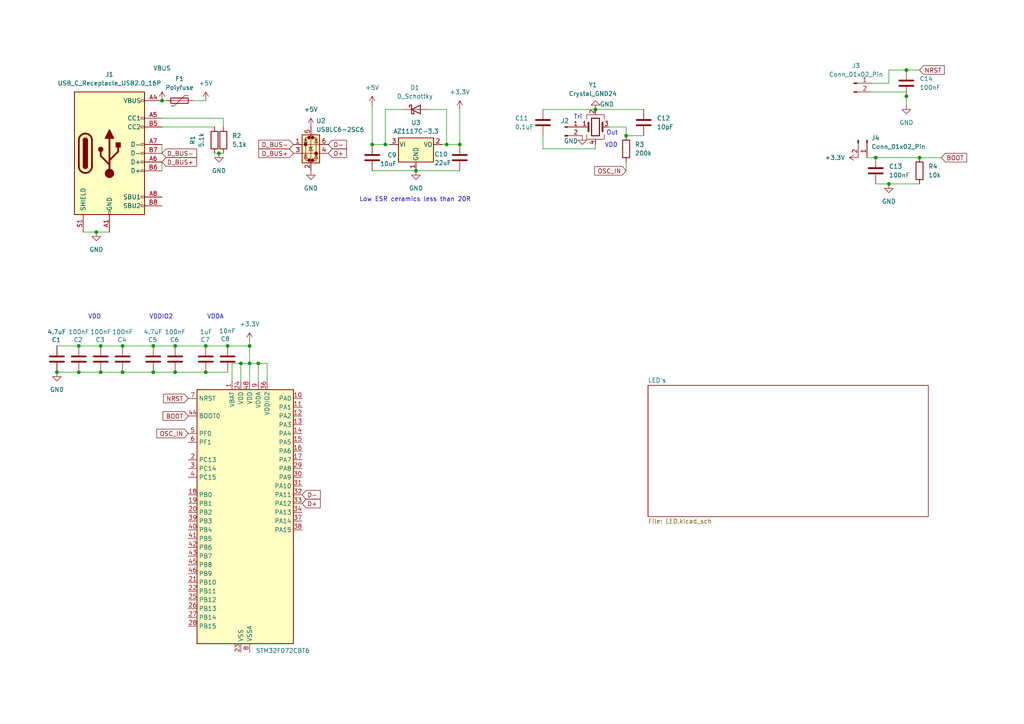
<source format=kicad_sch>
(kicad_sch (version 20231120) (generator "eeschema") (generator_version "8.0")
  (paper "A4")
  (lib_symbols
    (symbol "Connector:Conn_01x02_Pin" (pin_names (offset 1.016) hide)
      (property "Reference" "J" (at 0 2.54 0))
      (property "Value" "Conn_01x02_Pin" (at 0 -5.08 0))
      (symbol "Conn_01x02_Pin_1_1"
        (polyline (pts (xy 1.27 -2.54) (xy 0.8636 -2.54)) (stroke (width 0.1524)))
        (polyline (pts (xy 1.27 0) (xy 0.8636 0)) (stroke (width 0.1524)))
        (rectangle (start 0.8636 -2.413) (end 0 -2.667) (stroke (width 0.1524)) (fill (type outline)))
        (rectangle (start 0.8636 0.127) (end 0 -0.127) (stroke (width 0.1524)) (fill (type outline)))
        (pin passive line (at 5.08 0 180) (length 3.81) (name "Pin_1") (number "1"))
        (pin passive line (at 5.08 -2.54 180) (length 3.81) (name "Pin_2") (number "2"))
      )
    )
    (symbol "Connector:USB_C_Receptacle_USB2.0_16P" (pin_names (offset 1.016))
      (property "Reference" "J" (at 0 22.225 0))
      (property "Value" "USB_C_Receptacle_USB2.0_16P" (at 0 19.685 0))
      (symbol "USB_C_Receptacle_USB2.0_16P_0_0"
        (rectangle (start -0.254 -17.78) (end 0.254 -16.764))
        (rectangle (start 10.16 -14.986) (end 9.144 -15.494))
        (rectangle (start 10.16 -12.446) (end 9.144 -12.954))
        (rectangle (start 10.16 -4.826) (end 9.144 -5.334))
        (rectangle (start 10.16 -2.286) (end 9.144 -2.794))
        (rectangle (start 10.16 0.254) (end 9.144 -0.254))
        (rectangle (start 10.16 2.794) (end 9.144 2.286))
        (rectangle (start 10.16 7.874) (end 9.144 7.366))
        (rectangle (start 10.16 10.414) (end 9.144 9.906))
        (rectangle (start 10.16 15.494) (end 9.144 14.986))
      )
      (symbol "USB_C_Receptacle_USB2.0_16P_0_1"
        (rectangle (start -10.16 17.78) (end 10.16 -17.78) (stroke (width 0.254)) (fill (type background)))
        (arc (start -8.89 -3.81) (mid -6.985 -5.7067) (end -5.08 -3.81) (stroke (width 0.508)))
        (arc (start -7.62 -3.81) (mid -6.985 -4.4423) (end -6.35 -3.81) (stroke (width 0.254)))
        (arc (start -7.62 -3.81) (mid -6.985 -4.4423) (end -6.35 -3.81) (stroke (width 0.254)) (fill (type outline)))
        (rectangle (start -7.62 -3.81) (end -6.35 3.81) (stroke (width 0.254)) (fill (type outline)))
        (arc (start -6.35 3.81) (mid -6.985 4.4423) (end -7.62 3.81) (stroke (width 0.254)))
        (arc (start -6.35 3.81) (mid -6.985 4.4423) (end -7.62 3.81) (stroke (width 0.254)) (fill (type outline)))
        (arc (start -5.08 3.81) (mid -6.985 5.7067) (end -8.89 3.81) (stroke (width 0.508)))
        (circle (center -2.54 1.143) (radius 0.635) (stroke (width 0.254)) (fill (type outline)))
        (circle (center 0 -5.842) (radius 1.27) (fill (type outline)))
        (polyline (pts (xy -8.89 -3.81) (xy -8.89 3.81)) (stroke (width 0.508)))
        (polyline (pts (xy -5.08 3.81) (xy -5.08 -3.81)) (stroke (width 0.508)))
        (polyline (pts (xy 0 -5.842) (xy 0 4.318)) (stroke (width 0.508)))
        (polyline (pts (xy 0 -3.302) (xy -2.54 -0.762) (xy -2.54 0.508)) (stroke (width 0.508)))
        (polyline (pts (xy 0 -2.032) (xy 2.54 0.508) (xy 2.54 1.778)) (stroke (width 0.508)))
        (polyline (pts (xy -1.27 4.318) (xy 0 6.858) (xy 1.27 4.318) (xy -1.27 4.318)) (stroke (width 0.254)) (fill (type outline)))
        (rectangle (start 1.905 1.778) (end 3.175 3.048) (stroke (width 0.254)) (fill (type outline)))
      )
      (symbol "USB_C_Receptacle_USB2.0_16P_1_1"
        (pin passive line (at 0 -22.86 90) (length 5.08) (name "GND") (number "A1"))
        (pin passive line (at 0 -22.86 90) (length 5.08) hide (name "GND") (number "A12"))
        (pin passive line (at 15.24 15.24 180) (length 5.08) (name "VBUS") (number "A4"))
        (pin bidirectional line (at 15.24 10.16 180) (length 5.08) (name "CC1") (number "A5"))
        (pin bidirectional line (at 15.24 -2.54 180) (length 5.08) (name "D+") (number "A6"))
        (pin bidirectional line (at 15.24 2.54 180) (length 5.08) (name "D-") (number "A7"))
        (pin bidirectional line (at 15.24 -12.7 180) (length 5.08) (name "SBU1") (number "A8"))
        (pin passive line (at 15.24 15.24 180) (length 5.08) hide (name "VBUS") (number "A9"))
        (pin passive line (at 0 -22.86 90) (length 5.08) hide (name "GND") (number "B1"))
        (pin passive line (at 0 -22.86 90) (length 5.08) hide (name "GND") (number "B12"))
        (pin passive line (at 15.24 15.24 180) (length 5.08) hide (name "VBUS") (number "B4"))
        (pin bidirectional line (at 15.24 7.62 180) (length 5.08) (name "CC2") (number "B5"))
        (pin bidirectional line (at 15.24 -5.08 180) (length 5.08) (name "D+") (number "B6"))
        (pin bidirectional line (at 15.24 0 180) (length 5.08) (name "D-") (number "B7"))
        (pin bidirectional line (at 15.24 -15.24 180) (length 5.08) (name "SBU2") (number "B8"))
        (pin passive line (at 15.24 15.24 180) (length 5.08) hide (name "VBUS") (number "B9"))
        (pin passive line (at -7.62 -22.86 90) (length 5.08) (name "SHIELD") (number "S1"))
      )
    )
    (symbol "Device:C" (pin_numbers hide) (pin_names (offset 0.254))
      (property "Reference" "C" (at 0.635 2.54 0))
      (property "Value" "C" (at 0.635 -2.54 0))
      (symbol "C_0_1"
        (polyline (pts (xy -2.032 -0.762) (xy 2.032 -0.762)) (stroke (width 0.508)))
        (polyline (pts (xy -2.032 0.762) (xy 2.032 0.762)) (stroke (width 0.508)))
      )
      (symbol "C_1_1"
        (pin passive line (at 0 3.81 270) (length 2.794) (name "~") (number "1"))
        (pin passive line (at 0 -3.81 90) (length 2.794) (name "~") (number "2"))
      )
    )
    (symbol "Device:Crystal_GND24" (pin_names (offset 1.016) hide)
      (property "Reference" "Y" (at 3.175 5.08 0))
      (property "Value" "Crystal_GND24" (at 3.175 3.175 0))
      (symbol "Crystal_GND24_0_1"
        (rectangle (start -1.143 2.54) (end 1.143 -2.54) (stroke (width 0.3048)))
        (polyline (pts (xy -2.54 0) (xy -2.032 0)))
        (polyline (pts (xy -2.032 -1.27) (xy -2.032 1.27)) (stroke (width 0.508)))
        (polyline (pts (xy 0 -3.81) (xy 0 -3.556)))
        (polyline (pts (xy 0 3.556) (xy 0 3.81)))
        (polyline (pts (xy 2.032 -1.27) (xy 2.032 1.27)) (stroke (width 0.508)))
        (polyline (pts (xy 2.032 0) (xy 2.54 0)))
        (polyline (pts (xy -2.54 -2.286) (xy -2.54 -3.556) (xy 2.54 -3.556) (xy 2.54 -2.286)))
        (polyline (pts (xy -2.54 2.286) (xy -2.54 3.556) (xy 2.54 3.556) (xy 2.54 2.286)))
      )
      (symbol "Crystal_GND24_1_1"
        (pin passive line (at -3.81 0 0) (length 1.27) (name "1") (number "1"))
        (pin passive line (at 0 5.08 270) (length 1.27) (name "2") (number "2"))
        (pin passive line (at 3.81 0 180) (length 1.27) (name "3") (number "3"))
        (pin passive line (at 0 -5.08 90) (length 1.27) (name "4") (number "4"))
      )
    )
    (symbol "Device:D_Schottky" (pin_numbers hide) (pin_names (offset 1.016) hide)
      (property "Reference" "D" (at 0 2.54 0))
      (property "Value" "D_Schottky" (at 0 -2.54 0))
      (symbol "D_Schottky_0_1"
        (polyline (pts (xy 1.27 0) (xy -1.27 0)))
        (polyline (pts (xy 1.27 1.27) (xy 1.27 -1.27) (xy -1.27 0) (xy 1.27 1.27)) (stroke (width 0.254)))
        (polyline (pts (xy -1.905 0.635) (xy -1.905 1.27) (xy -1.27 1.27) (xy -1.27 -1.27) (xy -0.635 -1.27) (xy -0.635 -0.635)) (stroke (width 0.254)))
      )
      (symbol "D_Schottky_1_1"
        (pin passive line (at -3.81 0 0) (length 2.54) (name "K") (number "1"))
        (pin passive line (at 3.81 0 180) (length 2.54) (name "A") (number "2"))
      )
    )
    (symbol "Device:Polyfuse" (pin_numbers hide) (pin_names (offset 0))
      (property "Reference" "F" (at -2.54 0 90))
      (property "Value" "Polyfuse" (at 2.54 0 90))
      (symbol "Polyfuse_0_1"
        (rectangle (start -0.762 2.54) (end 0.762 -2.54) (stroke (width 0.254)))
        (polyline (pts (xy 0 2.54) (xy 0 -2.54)))
        (polyline (pts (xy -1.524 2.54) (xy -1.524 1.524) (xy 1.524 -1.524) (xy 1.524 -2.54)))
      )
      (symbol "Polyfuse_1_1"
        (pin passive line (at 0 3.81 270) (length 1.27) (name "~") (number "1"))
        (pin passive line (at 0 -3.81 90) (length 1.27) (name "~") (number "2"))
      )
    )
    (symbol "Device:R" (pin_numbers hide) (pin_names (offset 0))
      (property "Reference" "R" (at 2.032 0 90))
      (property "Value" "R" (at 0 0 90))
      (symbol "R_0_1"
        (rectangle (start -1.016 -2.54) (end 1.016 2.54) (stroke (width 0.254)))
      )
      (symbol "R_1_1"
        (pin passive line (at 0 3.81 270) (length 1.27) (name "~") (number "1"))
        (pin passive line (at 0 -3.81 90) (length 1.27) (name "~") (number "2"))
      )
    )
    (symbol "MCU_ST_STM32F0:STM32F072CBTx"
      (property "Reference" "U" (at -12.7 39.37 0))
      (property "Value" "STM32F072CBTx" (at 10.16 39.37 0))
      (symbol "STM32F072CBTx_0_1"
        (rectangle (start -12.7 -35.56) (end 15.24 38.1) (stroke (width 0.254)) (fill (type background)))
      )
      (symbol "STM32F072CBTx_1_1"
        (pin power_in line (at -2.54 40.64 270) (length 2.54) (name "VBAT") (number "1"))
        (pin bidirectional line (at 17.78 35.56 180) (length 2.54) (name "PA0") (number "10"))
        (pin bidirectional line (at 17.78 33.02 180) (length 2.54) (name "PA1") (number "11"))
        (pin bidirectional line (at 17.78 30.48 180) (length 2.54) (name "PA2") (number "12"))
        (pin bidirectional line (at 17.78 27.94 180) (length 2.54) (name "PA3") (number "13"))
        (pin bidirectional line (at 17.78 25.4 180) (length 2.54) (name "PA4") (number "14"))
        (pin bidirectional line (at 17.78 22.86 180) (length 2.54) (name "PA5") (number "15"))
        (pin bidirectional line (at 17.78 20.32 180) (length 2.54) (name "PA6") (number "16"))
        (pin bidirectional line (at 17.78 17.78 180) (length 2.54) (name "PA7") (number "17"))
        (pin bidirectional line (at -15.24 7.62 0) (length 2.54) (name "PB0") (number "18"))
        (pin bidirectional line (at -15.24 5.08 0) (length 2.54) (name "PB1") (number "19"))
        (pin bidirectional line (at -15.24 17.78 0) (length 2.54) (name "PC13") (number "2"))
        (pin bidirectional line (at -15.24 2.54 0) (length 2.54) (name "PB2") (number "20"))
        (pin bidirectional line (at -15.24 -17.78 0) (length 2.54) (name "PB10") (number "21"))
        (pin bidirectional line (at -15.24 -20.32 0) (length 2.54) (name "PB11") (number "22"))
        (pin power_in line (at 0 -38.1 90) (length 2.54) (name "VSS") (number "23"))
        (pin power_in line (at 0 40.64 270) (length 2.54) (name "VDD") (number "24"))
        (pin bidirectional line (at -15.24 -22.86 0) (length 2.54) (name "PB12") (number "25"))
        (pin bidirectional line (at -15.24 -25.4 0) (length 2.54) (name "PB13") (number "26"))
        (pin bidirectional line (at -15.24 -27.94 0) (length 2.54) (name "PB14") (number "27"))
        (pin bidirectional line (at -15.24 -30.48 0) (length 2.54) (name "PB15") (number "28"))
        (pin bidirectional line (at 17.78 15.24 180) (length 2.54) (name "PA8") (number "29"))
        (pin bidirectional line (at -15.24 15.24 0) (length 2.54) (name "PC14") (number "3"))
        (pin bidirectional line (at 17.78 12.7 180) (length 2.54) (name "PA9") (number "30"))
        (pin bidirectional line (at 17.78 10.16 180) (length 2.54) (name "PA10") (number "31"))
        (pin bidirectional line (at 17.78 7.62 180) (length 2.54) (name "PA11") (number "32"))
        (pin bidirectional line (at 17.78 5.08 180) (length 2.54) (name "PA12") (number "33"))
        (pin bidirectional line (at 17.78 2.54 180) (length 2.54) (name "PA13") (number "34"))
        (pin passive line (at 0 -38.1 90) (length 2.54) hide (name "VSS") (number "35"))
        (pin power_in line (at 7.62 40.64 270) (length 2.54) (name "VDDIO2") (number "36"))
        (pin bidirectional line (at 17.78 0 180) (length 2.54) (name "PA14") (number "37"))
        (pin bidirectional line (at 17.78 -2.54 180) (length 2.54) (name "PA15") (number "38"))
        (pin bidirectional line (at -15.24 0 0) (length 2.54) (name "PB3") (number "39"))
        (pin bidirectional line (at -15.24 12.7 0) (length 2.54) (name "PC15") (number "4"))
        (pin bidirectional line (at -15.24 -2.54 0) (length 2.54) (name "PB4") (number "40"))
        (pin bidirectional line (at -15.24 -5.08 0) (length 2.54) (name "PB5") (number "41"))
        (pin bidirectional line (at -15.24 -7.62 0) (length 2.54) (name "PB6") (number "42"))
        (pin bidirectional line (at -15.24 -10.16 0) (length 2.54) (name "PB7") (number "43"))
        (pin input line (at -15.24 30.48 0) (length 2.54) (name "BOOT0") (number "44"))
        (pin bidirectional line (at -15.24 -12.7 0) (length 2.54) (name "PB8") (number "45"))
        (pin bidirectional line (at -15.24 -15.24 0) (length 2.54) (name "PB9") (number "46"))
        (pin passive line (at 0 -38.1 90) (length 2.54) hide (name "VSS") (number "47"))
        (pin power_in line (at 2.54 40.64 270) (length 2.54) (name "VDD") (number "48"))
        (pin bidirectional line (at -15.24 25.4 0) (length 2.54) (name "PF0") (number "5"))
        (pin bidirectional line (at -15.24 22.86 0) (length 2.54) (name "PF1") (number "6"))
        (pin input line (at -15.24 35.56 0) (length 2.54) (name "NRST") (number "7"))
        (pin power_in line (at 2.54 -38.1 90) (length 2.54) (name "VSSA") (number "8"))
        (pin power_in line (at 5.08 40.64 270) (length 2.54) (name "VDDA") (number "9"))
      )
    )
    (symbol "Power_Protection:USBLC6-2SC6" (pin_names hide)
      (property "Reference" "U" (at 0.635 5.715 0))
      (property "Value" "USBLC6-2SC6" (at 0.635 3.81 0))
      (symbol "USBLC6-2SC6_0_0"
        (circle (center -1.524 0) (radius 0.0001) (stroke (width 0.508)))
        (circle (center -0.508 -4.572) (radius 0.0001) (stroke (width 0.508)))
        (circle (center -0.508 2.032) (radius 0.0001) (stroke (width 0.508)))
        (circle (center 0.508 -4.572) (radius 0.0001) (stroke (width 0.508)))
        (circle (center 0.508 2.032) (radius 0.0001) (stroke (width 0.508)))
        (circle (center 1.524 -2.54) (radius 0.0001) (stroke (width 0.508)))
      )
      (symbol "USBLC6-2SC6_0_1"
        (polyline (pts (xy -2.54 -2.54) (xy 2.54 -2.54)))
        (polyline (pts (xy -2.54 0) (xy 2.54 0)))
        (polyline (pts (xy -2.032 -3.048) (xy -1.016 -3.048)))
        (polyline (pts (xy -1.016 1.524) (xy -2.032 1.524)))
        (polyline (pts (xy 1.016 -3.048) (xy 2.032 -3.048)))
        (polyline (pts (xy 1.016 1.524) (xy 2.032 1.524)))
        (polyline (pts (xy -0.508 -1.143) (xy -0.508 -0.762) (xy 0.508 -0.762)))
        (polyline (pts (xy -2.032 0.508) (xy -1.016 0.508) (xy -1.524 1.524) (xy -2.032 0.508)))
        (polyline (pts (xy -1.016 -4.064) (xy -2.032 -4.064) (xy -1.524 -3.048) (xy -1.016 -4.064)))
        (polyline (pts (xy 0.508 -1.778) (xy -0.508 -1.778) (xy 0 -0.762) (xy 0.508 -1.778)))
        (polyline (pts (xy 2.032 -4.064) (xy 1.016 -4.064) (xy 1.524 -3.048) (xy 2.032 -4.064)))
        (polyline (pts (xy 2.032 0.508) (xy 1.016 0.508) (xy 1.524 1.524) (xy 2.032 0.508)))
        (polyline (pts (xy 0 2.54) (xy -0.508 2.032) (xy 0.508 2.032) (xy 0 1.524) (xy 0 -4.064) (xy -0.508 -4.572) (xy 0.508 -4.572) (xy 0 -5.08)))
      )
      (symbol "USBLC6-2SC6_1_1"
        (rectangle (start -2.54 2.794) (end 2.54 -5.334) (stroke (width 0.254)) (fill (type background)))
        (polyline (pts (xy -0.508 2.032) (xy -1.524 2.032) (xy -1.524 -4.572) (xy -0.508 -4.572)))
        (polyline (pts (xy 0.508 -4.572) (xy 1.524 -4.572) (xy 1.524 2.032) (xy 0.508 2.032)))
        (pin passive line (at -5.08 0 0) (length 2.54) (name "I/O1") (number "1"))
        (pin passive line (at 0 -7.62 90) (length 2.54) (name "GND") (number "2"))
        (pin passive line (at -5.08 -2.54 0) (length 2.54) (name "I/O2") (number "3"))
        (pin passive line (at 5.08 -2.54 180) (length 2.54) (name "I/O2") (number "4"))
        (pin passive line (at 0 5.08 270) (length 2.54) (name "VBUS") (number "5"))
        (pin passive line (at 5.08 0 180) (length 2.54) (name "I/O1") (number "6"))
      )
    )
    (symbol "Regulator_Linear:AZ1117-3.3" (pin_names (offset 0.254))
      (property "Reference" "U" (at -3.81 3.175 0))
      (property "Value" "AZ1117-3.3" (at 0 3.175 0))
      (symbol "AZ1117-3.3_0_1"
        (rectangle (start -5.08 1.905) (end 5.08 -5.08) (stroke (width 0.254)) (fill (type background)))
      )
      (symbol "AZ1117-3.3_1_1"
        (pin power_in line (at 0 -7.62 90) (length 2.54) (name "GND") (number "1"))
        (pin power_out line (at 7.62 0 180) (length 2.54) (name "VO") (number "2"))
        (pin power_in line (at -7.62 0 0) (length 2.54) (name "VI") (number "3"))
      )
    )
    (symbol "power:+3.3V" (power) (pin_numbers hide) (pin_names (offset 0) hide)
      (property "Value" "+3.3V" (at 0 3.556 0))
      (symbol "+3.3V_0_1"
        (polyline (pts (xy -0.762 1.27) (xy 0 2.54)))
        (polyline (pts (xy 0 0) (xy 0 2.54)))
        (polyline (pts (xy 0 2.54) (xy 0.762 1.27)))
      )
      (symbol "+3.3V_1_1"
        (pin power_in line (at 0 0 90) (length 0) (name "~") (number "1"))
      )
    )
    (symbol "power:+5V" (power) (pin_numbers hide) (pin_names (offset 0) hide)
      (property "Value" "+5V" (at 0 3.556 0))
      (symbol "+5V_0_1"
        (polyline (pts (xy -0.762 1.27) (xy 0 2.54)))
        (polyline (pts (xy 0 0) (xy 0 2.54)))
        (polyline (pts (xy 0 2.54) (xy 0.762 1.27)))
      )
      (symbol "+5V_1_1"
        (pin power_in line (at 0 0 90) (length 0) (name "~") (number "1"))
      )
    )
    (symbol "power:GND" (power) (pin_numbers hide) (pin_names (offset 0) hide)
      (property "Value" "GND" (at 0 -3.81 0))
      (symbol "GND_0_1"
        (polyline (pts (xy 0 0) (xy 0 -1.27) (xy 1.27 -1.27) (xy 0 -2.54) (xy -1.27 -1.27) (xy 0 -1.27)))
      )
      (symbol "GND_1_1"
        (pin power_in line (at 0 0 270) (length 0) (name "~") (number "1"))
      )
    )
    (symbol "power:VBUS" (power) (pin_numbers hide) (pin_names (offset 0) hide)
      (property "Value" "VBUS" (at 0 3.556 0))
      (symbol "VBUS_0_1"
        (polyline (pts (xy -0.762 1.27) (xy 0 2.54)))
        (polyline (pts (xy 0 0) (xy 0 2.54)))
        (polyline (pts (xy 0 2.54) (xy 0.762 1.27)))
      )
      (symbol "VBUS_1_1"
        (pin power_in line (at 0 0 90) (length 0) (name "~") (number "1"))
      )
    )
  )
  (junction (at 69.85 105.41))
  (junction (at 257.81 53.34))
  (junction (at 133.35 41.91))
  (junction (at 59.69 100.33))
  (junction (at 262.89 20.32))
  (junction (at 129.54 41.91))
  (junction (at 35.56 107.95))
  (junction (at 35.56 100.33))
  (junction (at 72.39 105.41))
  (junction (at 46.99 29.21))
  (junction (at 66.04 100.33))
  (junction (at 262.89 27.94))
  (junction (at 59.69 107.95))
  (junction (at 29.21 107.95))
  (junction (at 254 45.72))
  (junction (at 50.8 100.33))
  (junction (at 74.93 105.41))
  (junction (at 44.45 107.95))
  (junction (at 107.95 41.91))
  (junction (at 50.8 107.95))
  (junction (at 16.51 107.95))
  (junction (at 181.61 39.37))
  (junction (at 29.21 100.33))
  (junction (at 266.7 45.72))
  (junction (at 27.94 67.31))
  (junction (at 111.76 41.91))
  (junction (at 172.72 31.75))
  (junction (at 22.86 100.33))
  (junction (at 22.86 107.95))
  (junction (at 120.65 49.53))
  (junction (at 63.5 44.45))
  (junction (at 72.39 100.33))
  (junction (at 44.45 100.33))
  (wire (pts (xy 77.47 105.41) (xy 77.47 110.49)))
  (wire (pts (xy 186.69 39.37) (xy 181.61 39.37)))
  (wire (pts (xy 128.27 41.91) (xy 129.54 41.91)))
  (wire (pts (xy 129.54 41.91) (xy 133.35 41.91)))
  (wire (pts (xy 22.86 107.95) (xy 29.21 107.95)))
  (wire (pts (xy 133.35 31.75) (xy 133.35 41.91)))
  (wire (pts (xy 35.56 100.33) (xy 44.45 100.33)))
  (wire (pts (xy 124.46 31.75) (xy 129.54 31.75)))
  (wire (pts (xy 111.76 31.75) (xy 111.76 41.91)))
  (wire (pts (xy 72.39 105.41) (xy 74.93 105.41)))
  (wire (pts (xy 157.48 31.75) (xy 172.72 31.75)))
  (wire (pts (xy 266.7 45.72) (xy 273.05 45.72)))
  (wire (pts (xy 35.56 107.95) (xy 44.45 107.95)))
  (wire (pts (xy 64.77 36.83) (xy 64.77 34.29)))
  (wire (pts (xy 50.8 107.95) (xy 59.69 107.95)))
  (wire (pts (xy 46.99 46.99) (xy 46.99 49.53)))
  (wire (pts (xy 62.23 44.45) (xy 63.5 44.45)))
  (wire (pts (xy 46.99 41.91) (xy 46.99 44.45)))
  (wire (pts (xy 74.93 105.41) (xy 74.93 110.49)))
  (wire (pts (xy 107.95 41.91) (xy 111.76 41.91)))
  (wire (pts (xy 257.81 24.13) (xy 252.73 24.13)))
  (wire (pts (xy 262.89 30.48) (xy 262.89 27.94)))
  (wire (pts (xy 172.72 43.18) (xy 172.72 41.91)))
  (wire (pts (xy 107.95 30.48) (xy 107.95 41.91)))
  (wire (pts (xy 157.48 39.37) (xy 157.48 43.18)))
  (wire (pts (xy 72.39 100.33) (xy 72.39 105.41)))
  (wire (pts (xy 50.8 100.33) (xy 59.69 100.33)))
  (wire (pts (xy 55.88 29.21) (xy 59.69 29.21)))
  (wire (pts (xy 63.5 44.45) (xy 64.77 44.45)))
  (wire (pts (xy 257.81 20.32) (xy 262.89 20.32)))
  (wire (pts (xy 252.73 26.67) (xy 262.89 26.67)))
  (wire (pts (xy 181.61 46.99) (xy 181.61 49.53)))
  (wire (pts (xy 257.81 53.34) (xy 266.7 53.34)))
  (wire (pts (xy 181.61 36.83) (xy 176.53 36.83)))
  (wire (pts (xy 257.81 24.13) (xy 257.81 20.32)))
  (wire (pts (xy 72.39 105.41) (xy 72.39 110.49)))
  (wire (pts (xy 251.46 45.72) (xy 254 45.72)))
  (wire (pts (xy 46.99 29.21) (xy 48.26 29.21)))
  (wire (pts (xy 67.31 105.41) (xy 67.31 110.49)))
  (wire (pts (xy 59.69 107.95) (xy 66.04 107.95)))
  (wire (pts (xy 59.69 100.33) (xy 66.04 100.33)))
  (wire (pts (xy 67.31 105.41) (xy 69.85 105.41)))
  (wire (pts (xy 72.39 99.06) (xy 72.39 100.33)))
  (wire (pts (xy 74.93 105.41) (xy 77.47 105.41)))
  (wire (pts (xy 24.13 67.31) (xy 27.94 67.31)))
  (wire (pts (xy 29.21 107.95) (xy 35.56 107.95)))
  (wire (pts (xy 27.94 67.31) (xy 31.75 67.31)))
  (wire (pts (xy 64.77 34.29) (xy 46.99 34.29)))
  (wire (pts (xy 181.61 39.37) (xy 181.61 36.83)))
  (wire (pts (xy 16.51 107.95) (xy 22.86 107.95)))
  (wire (pts (xy 262.89 20.32) (xy 266.7 20.32)))
  (wire (pts (xy 157.48 43.18) (xy 172.72 43.18)))
  (wire (pts (xy 120.65 49.53) (xy 133.35 49.53)))
  (wire (pts (xy 111.76 41.91) (xy 113.03 41.91)))
  (wire (pts (xy 22.86 100.33) (xy 29.21 100.33)))
  (wire (pts (xy 44.45 100.33) (xy 50.8 100.33)))
  (wire (pts (xy 254 45.72) (xy 266.7 45.72)))
  (wire (pts (xy 129.54 31.75) (xy 129.54 41.91)))
  (wire (pts (xy 29.21 100.33) (xy 35.56 100.33)))
  (wire (pts (xy 116.84 31.75) (xy 111.76 31.75)))
  (wire (pts (xy 16.51 100.33) (xy 22.86 100.33)))
  (wire (pts (xy 44.45 107.95) (xy 50.8 107.95)))
  (wire (pts (xy 262.89 26.67) (xy 262.89 27.94)))
  (wire (pts (xy 46.99 36.83) (xy 62.23 36.83)))
  (wire (pts (xy 69.85 105.41) (xy 72.39 105.41)))
  (wire (pts (xy 66.04 100.33) (xy 72.39 100.33)))
  (wire (pts (xy 172.72 31.75) (xy 186.69 31.75)))
  (wire (pts (xy 69.85 105.41) (xy 69.85 110.49)))
  (wire (pts (xy 107.95 49.53) (xy 120.65 49.53)))
  (wire (pts (xy 254 53.34) (xy 257.81 53.34)))
  (text "VDD" (at 27.432 91.948 0) (effects (font (size 1.27 1.27))))
  (text "VDDIO2" (at 46.736 91.948 0) (effects (font (size 1.27 1.27))))
  (text "Out\n" (at 177.546 38.608 0) (effects (font (size 1.27 1.27))))
  (text "VDDA" (at 62.484 91.948 0) (effects (font (size 1.27 1.27))))
  (text "Tri\n" (at 167.64 34.036 0) (effects (font (size 1.27 1.27))))
  (text "VDD\n" (at 177.292 42.164 0) (effects (font (size 1.27 1.27))))
  (text "Low ESR ceramics less than 20R\n" (at 120.396 57.912 0) (effects (font (size 1.27 1.27))))
  (global_label "OSC_IN" (shape input) (at 54.61 125.73 180) (property "Intersheetrefs" "${INTERSHEET_REFS}" (effects (hide yes))))
  (global_label "BOOT" (shape input) (at 273.05 45.72 0) (property "Intersheetrefs" "${INTERSHEET_REFS}" (effects (hide yes))))
  (global_label "D+" (shape input) (at 95.25 44.45 0) (property "Intersheetrefs" "${INTERSHEET_REFS}" (effects (hide yes))))
  (global_label "D_BUS-" (shape input) (at 85.09 41.91 180) (property "Intersheetrefs" "${INTERSHEET_REFS}" (effects (hide yes))))
  (global_label "D-" (shape input) (at 87.63 143.51 0) (property "Intersheetrefs" "${INTERSHEET_REFS}" (effects (hide yes))))
  (global_label "NRST" (shape input) (at 54.61 115.57 180) (property "Intersheetrefs" "${INTERSHEET_REFS}" (effects (hide yes))))
  (global_label "D_BUS+" (shape input) (at 85.09 44.45 180) (property "Intersheetrefs" "${INTERSHEET_REFS}" (effects (hide yes))))
  (global_label "OSC_IN" (shape input) (at 181.61 49.53 180) (property "Intersheetrefs" "${INTERSHEET_REFS}" (effects (hide yes))))
  (global_label "D+" (shape input) (at 87.63 146.05 0) (property "Intersheetrefs" "${INTERSHEET_REFS}" (effects (hide yes))))
  (global_label "D-" (shape input) (at 95.25 41.91 0) (property "Intersheetrefs" "${INTERSHEET_REFS}" (effects (hide yes))))
  (global_label "NRST" (shape input) (at 266.7 20.32 0) (property "Intersheetrefs" "${INTERSHEET_REFS}" (effects (hide yes))))
  (global_label "D_BUS-" (shape input) (at 46.99 44.45 0) (property "Intersheetrefs" "${INTERSHEET_REFS}" (effects (hide yes))))
  (global_label "BOOT" (shape input) (at 54.61 120.65 180) (property "Intersheetrefs" "${INTERSHEET_REFS}" (effects (hide yes))))
  (global_label "D_BUS+" (shape input) (at 46.99 46.99 0) (property "Intersheetrefs" "${INTERSHEET_REFS}" (effects (hide yes))))
  (symbol (lib_id "Regulator_Linear:AZ1117-3.3") (at 120.65 41.91 0) (unit 1)
    (property "Reference" "U3" (at 120.65 35.56 0))
    (property "Value" "AZ1117C-3.3" (at 120.65 38.1 0))
    (property "Footprint" "Package_TO_SOT_SMD:SOT-89-3_Handsoldering" (effects (hide yes)))
    (property "Datasheet" "https://www.diodes.com/assets/Datasheets/AZ1117.pdf" (effects (hide yes)))
    (property "Description" "1A 20V Fixed LDO Linear Regulator, 3.3V, SOT-89/SOT-223/TO-220/TO-252/TO-263" (effects (hide yes)))
  )
  (symbol (lib_id "Device:C") (at 44.45 104.14 0) (unit 1)
    (property "Reference" "C5" (at 42.926 98.552 0) (effects (justify left)))
    (property "Value" "4.7uF" (at 41.656 96.266 0) (effects (justify left)))
    (property "Footprint" "Capacitor_SMD:C_0805_2012Metric_Pad1.18x1.45mm_HandSolder" (effects (hide yes)))
    (property "Description" "Unpolarized capacitor" (effects (hide yes)))
  )
  (symbol (lib_id "Device:Crystal_GND24") (at 172.72 36.83 0) (unit 1)
    (property "Reference" "Y1" (at 171.958 24.638 0))
    (property "Value" "Crystal_GND24" (at 171.958 27.178 0))
    (property "Description" "Four pin crystal, GND on pins 2 and 4" (effects (hide yes)))
  )
  (symbol (lib_id "power:+3.3V") (at 72.39 99.06 0) (unit 1)
    (property "Reference" "#PWR06" (effects (hide yes)))
    (property "Value" "+3.3V" (at 72.39 93.98 0))
    (property "Description" "Power symbol creates a global label with name \"+3.3V\"" (effects (hide yes)))
  )
  (symbol (lib_id "power:VBUS") (at 46.99 29.21 0) (unit 1)
    (property "Reference" "#PWR03" (effects (hide yes)))
    (property "Value" "VBUS" (at 46.99 19.812 0))
    (property "Description" "Power symbol creates a global label with name \"VBUS\"" (effects (hide yes)))
  )
  (symbol (lib_id "Connector:Conn_01x02_Pin") (at 251.46 40.64 270) (unit 1)
    (property "Reference" "J4" (at 252.73 40.0049 90) (effects (justify left)))
    (property "Value" "Conn_01x02_Pin" (at 252.73 42.5449 90) (effects (justify left)))
    (property "Footprint" "Connector_PinHeader_2.54mm:PinHeader_1x02_P2.54mm_Vertical" (effects (hide yes)))
    (property "Description" "Generic connector, single row, 01x02, script generated" (effects (hide yes)))
  )
  (symbol (lib_id "power:GND") (at 262.89 30.48 0) (unit 1)
    (property "Reference" "#PWR016" (effects (hide yes)))
    (property "Value" "GND" (at 262.89 35.56 0))
    (property "Description" "Power symbol creates a global label with name \"GND\" , ground" (effects (hide yes)))
  )
  (symbol (lib_id "power:GND") (at 172.72 31.75 180) (unit 1)
    (property "Reference" "#PWR013" (effects (hide yes)))
    (property "Value" "GND" (at 176.022 30.226 0))
    (property "Description" "Power symbol creates a global label with name \"GND\" , ground" (effects (hide yes)))
  )
  (symbol (lib_id "power:GND") (at 120.65 49.53 0) (unit 1)
    (property "Reference" "#PWR010" (effects (hide yes)))
    (property "Value" "GND" (at 120.65 54.61 0))
    (property "Description" "Power symbol creates a global label with name \"GND\" , ground" (effects (hide yes)))
  )
  (symbol (lib_id "Device:C") (at 59.69 104.14 0) (unit 1)
    (property "Reference" "C7" (at 58.166 98.552 0) (effects (justify left)))
    (property "Value" "1uF" (at 57.912 96.266 0) (effects (justify left)))
    (property "Footprint" "Capacitor_SMD:C_0805_2012Metric_Pad1.18x1.45mm_HandSolder" (effects (hide yes)))
    (property "Description" "Unpolarized capacitor" (effects (hide yes)))
  )
  (symbol (lib_id "Device:C") (at 35.56 104.14 0) (unit 1)
    (property "Reference" "C4" (at 34.036 98.552 0) (effects (justify left)))
    (property "Value" "100nF" (at 32.512 96.266 0) (effects (justify left)))
    (property "Footprint" "Capacitor_SMD:C_0402_1005Metric_Pad0.74x0.62mm_HandSolder" (effects (hide yes)))
    (property "Description" "Unpolarized capacitor" (effects (hide yes)))
  )
  (symbol (lib_id "power:GND") (at 16.51 107.95 0) (unit 1)
    (property "Reference" "#PWR01" (effects (hide yes)))
    (property "Value" "GND" (at 16.51 113.03 0))
    (property "Description" "Power symbol creates a global label with name \"GND\" , ground" (effects (hide yes)))
  )
  (symbol (lib_id "Device:C") (at 16.51 104.14 0) (unit 1)
    (property "Reference" "C1" (at 14.986 98.552 0) (effects (justify left)))
    (property "Value" "4.7uF" (at 13.716 96.266 0) (effects (justify left)))
    (property "Footprint" "Capacitor_SMD:C_0805_2012Metric_Pad1.18x1.45mm_HandSolder" (effects (hide yes)))
    (property "Description" "Unpolarized capacitor" (effects (hide yes)))
  )
  (symbol (lib_id "Device:R") (at 62.23 40.64 180) (unit 1)
    (property "Reference" "R1" (at 55.88 40.64 90))
    (property "Value" "5.1k" (at 58.42 40.64 90))
    (property "Footprint" "Resistor_SMD:R_0402_1005Metric_Pad0.72x0.64mm_HandSolder" (effects (hide yes)))
    (property "Description" "Resistor" (effects (hide yes)))
  )
  (symbol (lib_id "power:+5V") (at 59.69 29.21 0) (unit 1)
    (property "Reference" "#PWR04" (effects (hide yes)))
    (property "Value" "+5V" (at 59.69 24.13 0))
    (property "Description" "Power symbol creates a global label with name \"+5V\"" (effects (hide yes)))
  )
  (symbol (lib_id "Power_Protection:USBLC6-2SC6") (at 90.17 41.91 0) (unit 1)
    (property "Reference" "U2" (at 91.694 35.052 0) (effects (justify left)))
    (property "Value" "USBLC6-2SC6" (at 91.694 37.592 0) (effects (justify left)))
    (property "Footprint" "Package_TO_SOT_SMD:SOT-23-6" (effects (hide yes)))
    (property "Datasheet" "https://www.st.com/resource/en/datasheet/usblc6-2.pdf" (effects (hide yes)))
    (property "Description" "Very low capacitance ESD protection diode, 2 data-line, SOT-23-6" (effects (hide yes)))
  )
  (symbol (lib_id "Device:C") (at 133.35 45.72 0) (unit 1)
    (property "Reference" "C10" (at 125.984 44.704 0) (effects (justify left)))
    (property "Value" "22uF" (at 125.984 47.244 0) (effects (justify left)))
    (property "Footprint" "Capacitor_SMD:C_0805_2012Metric_Pad1.18x1.45mm_HandSolder" (effects (hide yes)))
    (property "Description" "Unpolarized capacitor" (effects (hide yes)))
  )
  (symbol (lib_id "power:GND") (at 168.91 39.37 0) (unit 1)
    (property "Reference" "#PWR012" (effects (hide yes)))
    (property "Value" "GND" (at 165.608 40.894 0))
    (property "Description" "Power symbol creates a global label with name \"GND\" , ground" (effects (hide yes)))
  )
  (symbol (lib_id "power:+5V") (at 107.95 30.48 0) (unit 1)
    (property "Reference" "#PWR09" (effects (hide yes)))
    (property "Value" "+5V" (at 107.95 25.4 0))
    (property "Description" "Power symbol creates a global label with name \"+5V\"" (effects (hide yes)))
  )
  (symbol (lib_id "Connector:Conn_01x02_Pin") (at 163.83 36.83 0) (unit 1)
    (property "Reference" "J2" (at 163.83 35.052 0))
    (property "Value" "Conn_01x02_Pin" (effects (hide yes)))
    (property "Footprint" "Connector_PinHeader_2.54mm:PinHeader_1x02_P2.54mm_Vertical" (effects (hide yes)))
    (property "Description" "Generic connector, single row, 01x02, script generated" (effects (hide yes)))
  )
  (symbol (lib_id "power:+3.3V") (at 133.35 31.75 0) (unit 1)
    (property "Reference" "#PWR011" (effects (hide yes)))
    (property "Value" "+3.3V" (at 133.35 26.67 0))
    (property "Description" "Power symbol creates a global label with name \"+3.3V\"" (effects (hide yes)))
  )
  (symbol (lib_id "Device:C") (at 157.48 35.56 0) (unit 1)
    (property "Reference" "C11" (at 149.352 34.29 0) (effects (justify left)))
    (property "Value" "0.1uF" (at 149.352 36.83 0) (effects (justify left)))
    (property "Description" "Unpolarized capacitor" (effects (hide yes)))
  )
  (symbol (lib_id "Connector:Conn_01x02_Pin") (at 247.65 24.13 0) (unit 1)
    (property "Reference" "J3" (at 248.285 19.05 0))
    (property "Value" "Conn_01x02_Pin" (at 248.285 21.59 0))
    (property "Footprint" "Connector_PinHeader_2.54mm:PinHeader_1x02_P2.54mm_Vertical" (effects (hide yes)))
    (property "Description" "Generic connector, single row, 01x02, script generated" (effects (hide yes)))
  )
  (symbol (lib_id "Device:D_Schottky") (at 120.65 31.75 0) (unit 1)
    (property "Reference" "D1" (at 120.3325 25.4 0))
    (property "Value" "D_Schottky" (at 120.3325 27.94 0))
    (property "Footprint" "Diode_SMD:D_SOD-123F" (effects (hide yes)))
    (property "Description" "Schottky diode" (effects (hide yes)))
  )
  (symbol (lib_id "Device:C") (at 262.89 24.13 0) (unit 1)
    (property "Reference" "C14" (at 266.7 22.8599 0) (effects (justify left)))
    (property "Value" "100nF" (at 266.7 25.3999 0) (effects (justify left)))
    (property "Footprint" "Capacitor_SMD:C_0402_1005Metric_Pad0.74x0.62mm_HandSolder" (effects (hide yes)))
    (property "Description" "Unpolarized capacitor" (effects (hide yes)))
  )
  (symbol (lib_id "Device:C") (at 22.86 104.14 0) (unit 1)
    (property "Reference" "C2" (at 21.336 98.552 0) (effects (justify left)))
    (property "Value" "100nF" (at 19.812 96.266 0) (effects (justify left)))
    (property "Footprint" "Capacitor_SMD:C_0402_1005Metric_Pad0.74x0.62mm_HandSolder" (effects (hide yes)))
    (property "Description" "Unpolarized capacitor" (effects (hide yes)))
  )
  (symbol (lib_id "power:+3.3V") (at 248.92 45.72 90) (unit 1)
    (property "Reference" "#PWR014" (effects (hide yes)))
    (property "Value" "+3.3V" (at 245.11 45.7199 90) (effects (justify left)))
    (property "Description" "Power symbol creates a global label with name \"+3.3V\"" (effects (hide yes)))
  )
  (symbol (lib_id "Connector:USB_C_Receptacle_USB2.0_16P") (at 31.75 44.45 0) (unit 1)
    (property "Reference" "J1" (at 31.75 21.59 0))
    (property "Value" "USB_C_Receptacle_USB2.0_16P" (at 31.75 24.13 0))
    (property "Datasheet" "https://www.usb.org/sites/default/files/documents/usb_type-c.zip" (effects (hide yes)))
    (property "Description" "USB 2.0-only 16P Type-C Receptacle connector" (effects (hide yes)))
  )
  (symbol (lib_id "Device:Polyfuse") (at 52.07 29.21 90) (unit 1)
    (property "Reference" "F1" (at 52.07 22.86 90))
    (property "Value" "Polyfuse" (at 52.07 25.4 90))
    (property "Footprint" "Fuse:Fuse_0805_2012Metric_Pad1.15x1.40mm_HandSolder" (effects (hide yes)))
    (property "Description" "Resettable fuse, polymeric positive temperature coefficient" (effects (hide yes)))
  )
  (symbol (lib_id "MCU_ST_STM32F0:STM32F072CBTx") (at 69.85 151.13 0) (unit 1)
    (property "Reference" "U1" (effects (hide yes)))
    (property "Value" "STM32F072CBT6" (at 74.168 188.722 0) (effects (justify left)))
    (property "Footprint" "Package_QFP:LQFP-48_7x7mm_P0.5mm" (effects (hide yes)))
    (property "Datasheet" "https://www.st.com/resource/en/datasheet/stm32f072cb.pdf" (effects (hide yes)))
    (property "Description" "STMicroelectronics Arm Cortex-M0 MCU, 128KB flash, 16KB RAM, 48 MHz, 2.0-3.6V, 37 GPIO, LQFP48" (effects (hide yes)))
  )
  (symbol (lib_id "Device:C") (at 66.04 104.14 0) (unit 1)
    (property "Reference" "C8" (at 64.008 98.298 0) (effects (justify left)))
    (property "Value" "10nF" (at 63.5 96.012 0) (effects (justify left)))
    (property "Footprint" "Capacitor_SMD:C_0402_1005Metric_Pad0.74x0.62mm_HandSolder" (effects (hide yes)))
    (property "Description" "Unpolarized capacitor" (effects (hide yes)))
  )
  (symbol (lib_id "power:GND") (at 90.17 49.53 0) (unit 1)
    (property "Reference" "#PWR08" (effects (hide yes)))
    (property "Value" "GND" (at 90.17 54.61 0))
    (property "Description" "Power symbol creates a global label with name \"GND\" , ground" (effects (hide yes)))
  )
  (symbol (lib_id "Device:C") (at 29.21 104.14 0) (unit 1)
    (property "Reference" "C3" (at 27.686 98.552 0) (effects (justify left)))
    (property "Value" "100nF" (at 26.162 96.266 0) (effects (justify left)))
    (property "Footprint" "Capacitor_SMD:C_0402_1005Metric_Pad0.74x0.62mm_HandSolder" (effects (hide yes)))
    (property "Description" "Unpolarized capacitor" (effects (hide yes)))
  )
  (symbol (lib_id "Device:C") (at 107.95 45.72 0) (mirror x) (unit 1)
    (property "Reference" "C9" (at 115.062 44.958 0) (effects (justify right)))
    (property "Value" "10uF" (at 115.062 47.498 0) (effects (justify right)))
    (property "Footprint" "Capacitor_SMD:C_0805_2012Metric_Pad1.18x1.45mm_HandSolder" (effects (hide yes)))
    (property "Description" "Unpolarized capacitor" (effects (hide yes)))
  )
  (symbol (lib_id "Device:R") (at 181.61 43.18 0) (unit 1)
    (property "Reference" "R3" (at 184.15 41.9099 0) (effects (justify left)))
    (property "Value" "200k" (at 184.15 44.4499 0) (effects (justify left)))
    (property "Description" "Resistor" (effects (hide yes)))
  )
  (symbol (lib_id "Device:C") (at 186.69 35.56 0) (unit 1)
    (property "Reference" "C12" (at 190.5 34.2899 0) (effects (justify left)))
    (property "Value" "10pF" (at 190.5 36.8299 0) (effects (justify left)))
    (property "Description" "Unpolarized capacitor" (effects (hide yes)))
  )
  (symbol (lib_id "power:GND") (at 63.5 44.45 0) (unit 1)
    (property "Reference" "#PWR05" (effects (hide yes)))
    (property "Value" "GND" (at 63.5 49.53 0))
    (property "Description" "Power symbol creates a global label with name \"GND\" , ground" (effects (hide yes)))
  )
  (symbol (lib_id "power:GND") (at 257.81 53.34 0) (unit 1)
    (property "Reference" "#PWR015" (effects (hide yes)))
    (property "Value" "GND" (at 257.81 58.42 0))
    (property "Description" "Power symbol creates a global label with name \"GND\" , ground" (effects (hide yes)))
  )
  (symbol (lib_id "Device:R") (at 64.77 40.64 180) (unit 1)
    (property "Reference" "R2" (at 67.31 39.3699 0) (effects (justify right)))
    (property "Value" "5.1k" (at 67.31 41.9099 0) (effects (justify right)))
    (property "Footprint" "Resistor_SMD:R_0402_1005Metric_Pad0.72x0.64mm_HandSolder" (effects (hide yes)))
    (property "Description" "Resistor" (effects (hide yes)))
  )
  (symbol (lib_id "Device:C") (at 254 49.53 0) (unit 1)
    (property "Reference" "C13" (at 257.81 48.2599 0) (effects (justify left)))
    (property "Value" "100nF" (at 257.81 50.7999 0) (effects (justify left)))
    (property "Footprint" "Capacitor_SMD:C_0402_1005Metric_Pad0.74x0.62mm_HandSolder" (effects (hide yes)))
    (property "Description" "Unpolarized capacitor" (effects (hide yes)))
  )
  (symbol (lib_id "Device:R") (at 266.7 49.53 0) (unit 1)
    (property "Reference" "R4" (at 269.24 48.2599 0) (effects (justify left)))
    (property "Value" "10k" (at 269.24 50.7999 0) (effects (justify left)))
    (property "Footprint" "Resistor_SMD:R_0402_1005Metric_Pad0.72x0.64mm_HandSolder" (effects (hide yes)))
    (property "Description" "Resistor" (effects (hide yes)))
  )
  (symbol (lib_id "power:GND") (at 27.94 67.31 0) (unit 1)
    (property "Reference" "#PWR02" (effects (hide yes)))
    (property "Value" "GND" (at 27.94 72.39 0))
    (property "Description" "Power symbol creates a global label with name \"GND\" , ground" (effects (hide yes)))
  )
  (symbol (lib_id "power:+5V") (at 90.17 36.83 0) (unit 1)
    (property "Reference" "#PWR07" (effects (hide yes)))
    (property "Value" "+5V" (at 90.17 31.75 0))
    (property "Description" "Power symbol creates a global label with name \"+5V\"" (effects (hide yes)))
  )
  (symbol (lib_id "Device:C") (at 50.8 104.14 0) (unit 1)
    (property "Reference" "C6" (at 49.276 98.552 0) (effects (justify left)))
    (property "Value" "100nF" (at 47.752 96.266 0) (effects (justify left)))
    (property "Footprint" "Capacitor_SMD:C_0402_1005Metric_Pad0.74x0.62mm_HandSolder" (effects (hide yes)))
    (property "Description" "Unpolarized capacitor" (effects (hide yes)))
  )
  (sheet (at 187.96 111.76) (size 81.28 38.1) (stroke (width 0.1524))
    (property "Sheetname" "LED's" (at 187.96 111.0484 0) (effects (justify left bottom)))
    (property "Sheetfile" "LED.kicad_sch" (at 187.96 150.4446 0) (effects (justify left top)))
  )
)
</source>
